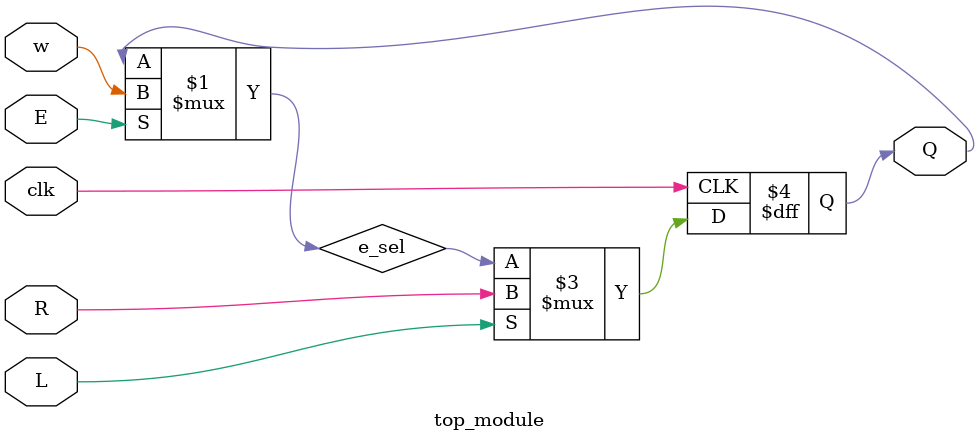
<source format=v>
module top_module (
    input clk,
    input w, R, E, L,
    output Q
);

    wire e_sel;
    assign e_sel = E ? w : Q;

    always @(posedge clk) begin
        Q <= (L) ? R : e_sel;
    end

endmodule

</source>
